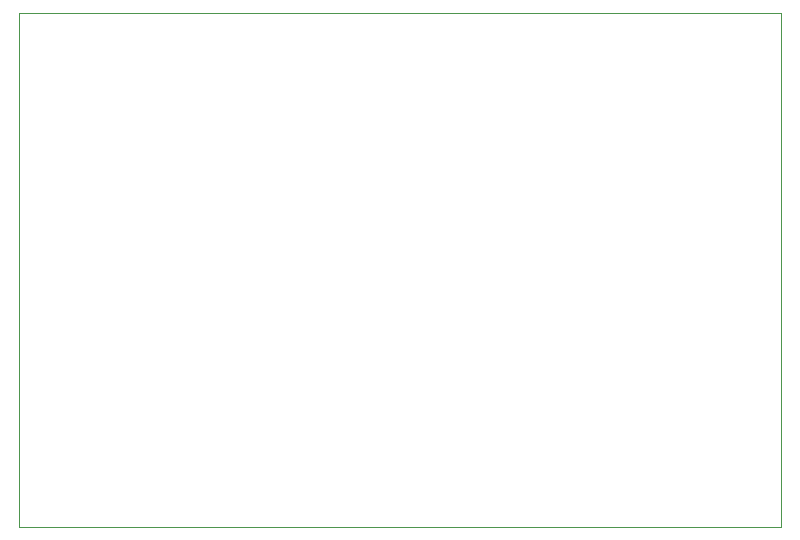
<source format=gm1>
G04 #@! TF.GenerationSoftware,KiCad,Pcbnew,8.0.2*
G04 #@! TF.CreationDate,2024-05-12T15:56:15+02:00*
G04 #@! TF.ProjectId,LimbusOne,4c696d62-7573-44f6-9e65-2e6b69636164,v.0.1*
G04 #@! TF.SameCoordinates,Original*
G04 #@! TF.FileFunction,Profile,NP*
%FSLAX46Y46*%
G04 Gerber Fmt 4.6, Leading zero omitted, Abs format (unit mm)*
G04 Created by KiCad (PCBNEW 8.0.2) date 2024-05-12 15:56:15*
%MOMM*%
%LPD*%
G01*
G04 APERTURE LIST*
G04 #@! TA.AperFunction,Profile*
%ADD10C,0.050000*%
G04 #@! TD*
G04 APERTURE END LIST*
D10*
X29267000Y-32133000D02*
X93767000Y-32133000D01*
X93767000Y-75633000D01*
X29267000Y-75633000D01*
X29267000Y-32133000D01*
M02*

</source>
